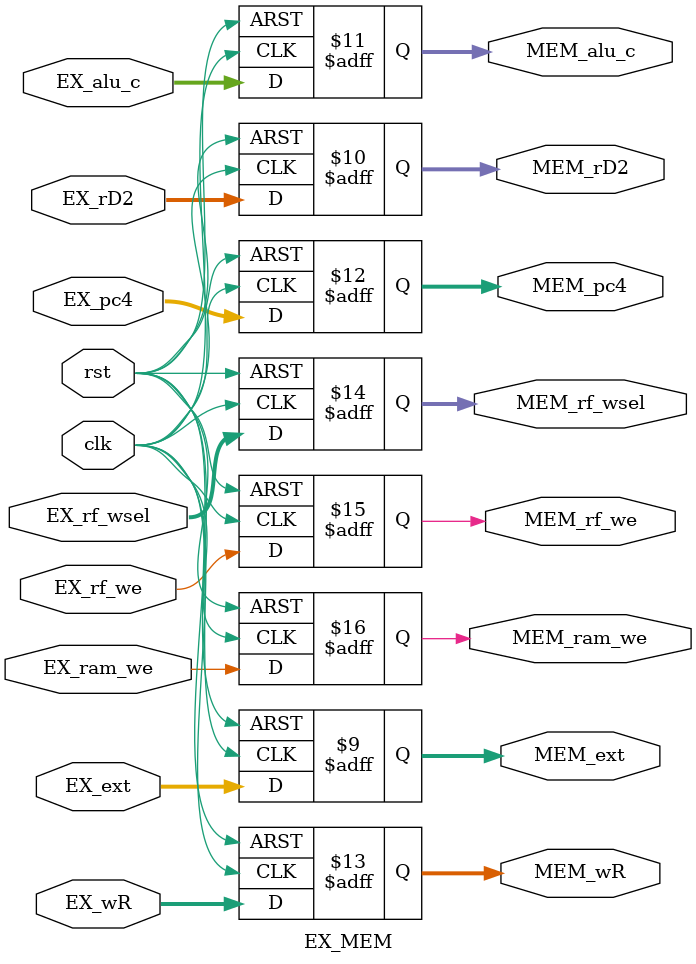
<source format=v>
`include "defines.vh"
module EX_MEM(
  input wire clk,
  input wire rst,
  
  input wire EX_ram_we,
  input wire EX_rf_we,
  input wire[1:0] EX_rf_wsel,
  input wire[4:0] EX_wR,
  input wire[31:0] EX_pc4,
  input wire[31:0] EX_alu_c,
  input wire[31:0] EX_rD2,
  input wire[31:0] EX_ext,

  output reg MEM_ram_we,
  output reg MEM_rf_we,
  output reg[1:0] MEM_rf_wsel,
  output reg[4:0] MEM_wR,
  output reg[31:0] MEM_pc4,
  output reg[31:0] MEM_alu_c,
  output reg[31:0] MEM_rD2,
  output reg[31:0] MEM_ext
);

always @(posedge clk or posedge rst) begin
  if(rst) MEM_ram_we <= 0;
  else MEM_ram_we <= EX_ram_we;
end

always @(posedge clk or posedge rst) begin
  if(rst) MEM_rf_we <= 0;
  else MEM_rf_we <= EX_rf_we;
end

always @(posedge clk or posedge rst) begin
  if(rst) MEM_rf_wsel <= 0;
  else MEM_rf_wsel <= EX_rf_wsel;
end

always @(posedge clk or posedge rst) begin
  if(rst) MEM_wR <= 0;
  else MEM_wR <= EX_wR;
end

always @(posedge clk or posedge rst) begin
  if(rst) MEM_pc4 <= 0;
  else MEM_pc4 <= EX_pc4;
end

always @(posedge clk or posedge rst) begin
  if(rst) MEM_alu_c <= 0;
  else MEM_alu_c <= EX_alu_c;
end

always @(posedge clk or posedge rst) begin
  if(rst) MEM_rD2 <= 0;
  else MEM_rD2 <= EX_rD2;
end

always @(posedge clk or posedge rst) begin
  if(rst) MEM_ext <= 0;
  else MEM_ext <= EX_ext;
end

endmodule
</source>
